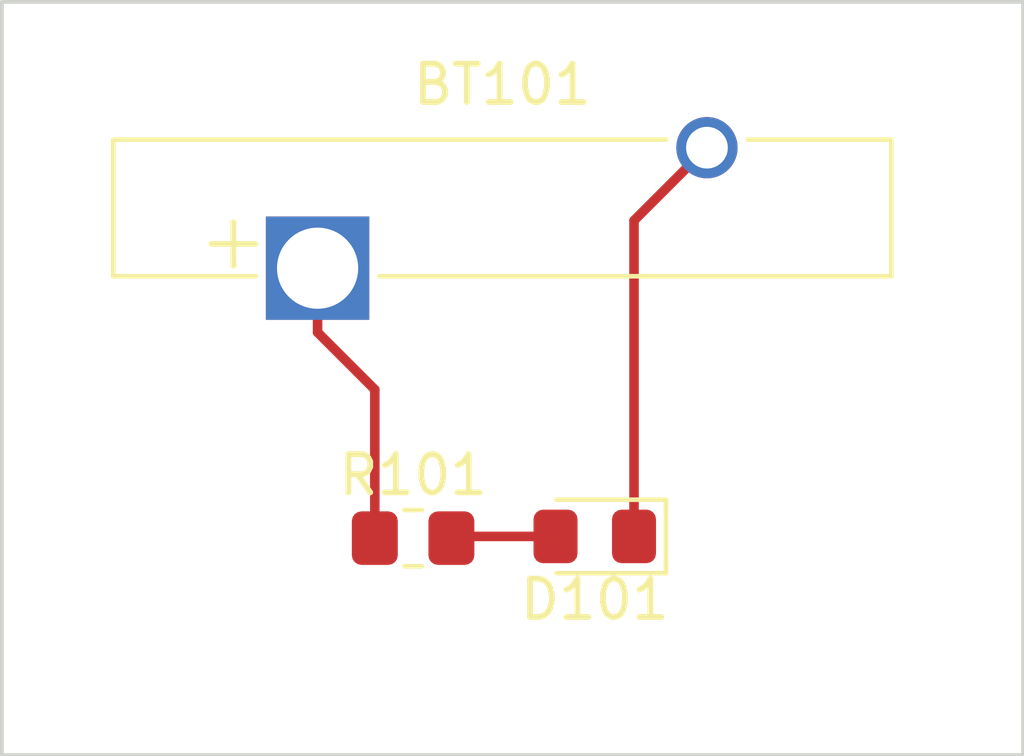
<source format=kicad_pcb>
(kicad_pcb (version 20231212) (generator "pcbnew") (generator_version "7.99")
  (layers (0 "F.Cu" signal) (31 "B.Cu" signal) (34 "B.Paste" user) (35 "F.Paste" user) (36 "B.SilkS" user "B.Silkscreen") (37 "F.SilkS" user "F.Silkscreen") (38 "B.Mask" user) (39 "F.Mask" user) (44 "Edge.Cuts" user))
  (net 0 "")
  (net 1 "Net-(BT101--)")
  (net 2 "Net-(BT101-+)")
  (net 3 "Net-(D101-A)")
  (footprint "Resistor_SMD:R_0805_2012Metric_Pad1.20x1.40mm_HandSolder" (layer "F.Cu") (at 125.675 88.31)
    (property "Reference" "R101" (at 0 -1.65 0) (layer "F.SilkS"))
    (property "Value" "470R")
    (fp_line (start -0.227064 -0.735) (end 0.227064 -0.735) (stroke (width 0.12)) (layer "F.SilkS"))
    (fp_line (start -0.227064 0.735) (end 0.227064 0.735) (stroke (width 0.12)) (layer "F.SilkS"))
    (pad "1" smd roundrect (at -1 0) (size 1.2 1.4) (layers "F.Cu" "F.Paste" "F.Mask") (roundrect_rratio 0.208333) (net 2 "Net-(BT101-+)"))
    (pad "2" smd roundrect (at 1 0) (size 1.2 1.4) (layers "F.Cu" "F.Paste" "F.Mask") (roundrect_rratio 0.208333) (net 3 "Net-(D101-A)"))
  )
  (footprint "Battery:Battery_Panasonic_CR2025-V1AK_Vertical_CircularHoles" (layer "F.Cu") (at 123.18 81.255)
    (property "Reference" "BT101" (at 4.825 -4.8 0) (layer "F.SilkS"))
    (property "Value" "Battery_Cell")
    (fp_line (start -5.335 -3.36) (end -5.335 0.21) (stroke (width 0.12)) (layer "F.SilkS"))
    (fp_line (start -5.335 -3.36) (end 9.11 -3.36) (stroke (width 0.12)) (layer "F.SilkS"))
    (fp_line (start -5.335 0.21) (end -1.61 0.21) (stroke (width 0.12)) (layer "F.SilkS"))
    (fp_line (start 1.61 0.21) (end 14.985 0.21) (stroke (width 0.12)) (layer "F.SilkS"))
    (fp_line (start 11.23 -3.36) (end 14.985 -3.36) (stroke (width 0.12)) (layer "F.SilkS"))
    (fp_line (start 14.985 -3.36) (end 14.985 0.21) (stroke (width 0.12)) (layer "F.SilkS"))
    (fp_text user "+" (at -2.2 -0.75 0) (layer "F.SilkS") (effects (font (size 1.5 1.5))))
    (pad "1" thru_hole rect (at 0 0 90) (size 2.7 2.7) (drill 2.12) (layers "*.Cu" "*.Mask") (net 2 "Net-(BT101-+)"))
    (pad "2" thru_hole circle (at 10.17 -3.15) (size 1.6 1.6) (drill 1.09) (layers "*.Cu" "*.Mask") (net 1 "Net-(BT101--)"))
  )
  (footprint "LED_SMD:LED_0805_2012Metric_Pad1.15x1.40mm_HandSolder" (layer "F.Cu") (at 130.42 88.265 180)
    (property "Reference" "D101" (at 0 -1.65 180) (layer "F.SilkS"))
    (property "Value" "LED")
    (fp_line (start 1 -0.96) (end -1.86 -0.96) (stroke (width 0.12)) (layer "F.SilkS"))
    (fp_line (start -1.86 0.96) (end 1 0.96) (stroke (width 0.12)) (layer "F.SilkS"))
    (fp_line (start -1.86 -0.96) (end -1.86 0.96) (stroke (width 0.12)) (layer "F.SilkS"))
    (pad "1" smd roundrect (at -1.025 0 180) (size 1.15 1.4) (layers "F.Cu" "F.Paste" "F.Mask") (roundrect_rratio 0.217391) (net 1 "Net-(BT101--)"))
    (pad "2" smd roundrect (at 1.025 0 180) (size 1.15 1.4) (layers "F.Cu" "F.Paste" "F.Mask") (roundrect_rratio 0.217391) (net 3 "Net-(D101-A)"))
  )
  (gr_rect (start 114.935 74.295) (end 141.605 93.98) (stroke (width 0.1)) (fill none) (layer "Edge.Cuts"))
  (segment (start 131.445 80.01) (end 131.445 88.265) (width 0.25) (layer "F.Cu") (net 1))
  (segment (start 133.35 78.105) (end 131.445 80.01) (width 0.25) (layer "F.Cu") (net 1))
  (segment (start 123.18 82.9317) (end 124.675 84.4267) (width 0.25) (layer "F.Cu") (net 2))
  (segment (start 124.675 84.4267) (end 124.675 88.31) (width 0.25) (layer "F.Cu") (net 2))
  (segment (start 123.18 81.255) (end 123.18 82.9317) (width 0.25) (layer "F.Cu") (net 2))
  (segment (start 126.72 88.265) (end 126.675 88.31) (width 0.25) (layer "F.Cu") (net 3))
  (segment (start 129.395 88.265) (end 126.72 88.265) (width 0.25) (layer "F.Cu") (net 3))
)
</source>
